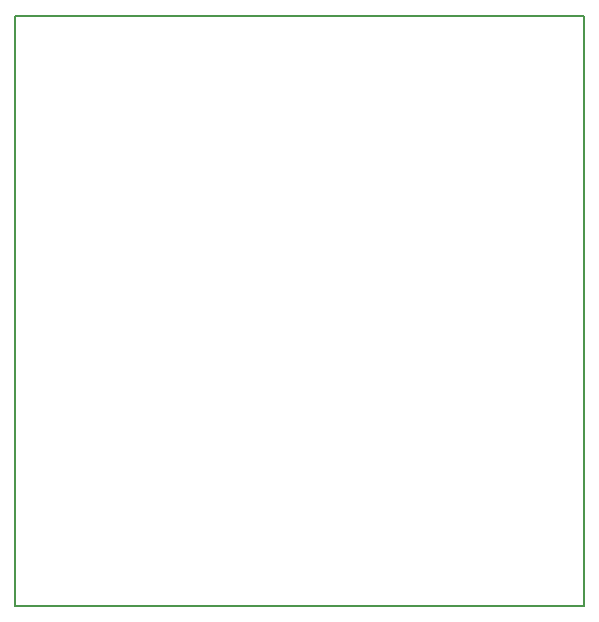
<source format=gbr>
%TF.GenerationSoftware,KiCad,Pcbnew,(6.0.4)*%
%TF.CreationDate,2023-05-19T00:46:40+09:00*%
%TF.ProjectId,RFB,5246422e-6b69-4636-9164-5f7063625858,rev?*%
%TF.SameCoordinates,Original*%
%TF.FileFunction,Profile,NP*%
%FSLAX46Y46*%
G04 Gerber Fmt 4.6, Leading zero omitted, Abs format (unit mm)*
G04 Created by KiCad (PCBNEW (6.0.4)) date 2023-05-19 00:46:40*
%MOMM*%
%LPD*%
G01*
G04 APERTURE LIST*
%TA.AperFunction,Profile*%
%ADD10C,0.150000*%
%TD*%
G04 APERTURE END LIST*
D10*
X81051400Y-106146600D02*
X32893000Y-106146600D01*
X32893000Y-106146600D02*
X32893000Y-56159400D01*
X32893000Y-56159400D02*
X81051400Y-56159400D01*
X81051400Y-56159400D02*
X81051400Y-106146600D01*
M02*

</source>
